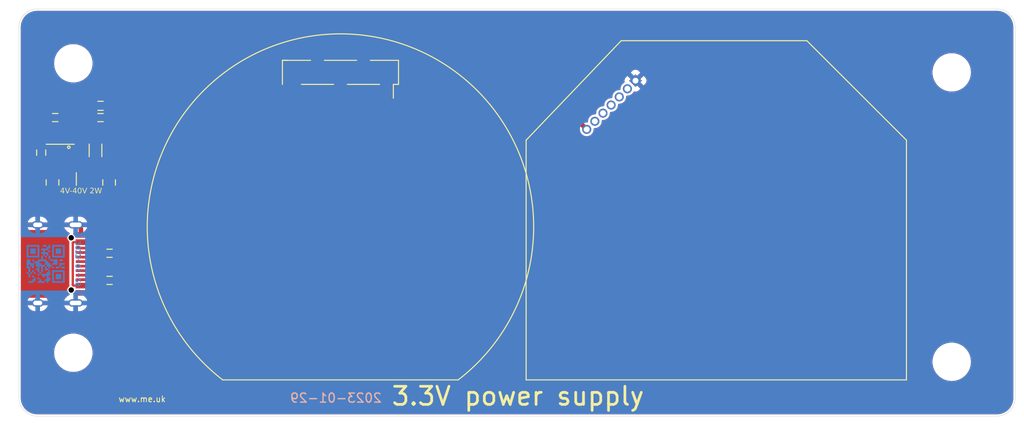
<source format=kicad_pcb>
(kicad_pcb (version 20221018) (generator pcbnew)
  (title_block (title "Tasmotizer") (date "${DATE}") (rev "4") (company "Adrian Kennard, Andrews & Arnold Ltd") (comment 1 "toot.me.uk/@RevK") (comment 2 "www.me.uk"))
  (layers (0 "F.Cu" signal) (31 "B.Cu" signal) (34 "B.Paste" user) (35 "F.Paste" user) (36 "B.SilkS" user "B.Silkscreen") (37 "F.SilkS" user "F.Silkscreen") (38 "B.Mask" user) (39 "F.Mask" user) (44 "Edge.Cuts" user))
  (property "DATE" "2023-01-29")
  (net 0 "")
  (net 1 "GND")
  (net 2 "VBUS")
  (net 4 "+3V3")
  (net 15 "Net-(J3-PadA5)")
  (net 16 "Net-(J3-PadB5)")
  (net 17 "Net-(R6-Pad2)")
  (footprint "RevK:PinHeader_1x07_P1.27mm_Vertical" (layer "F.Cu") (at 220.388154 55.611846 -45)
    (fp_text reference "J2" hide)
    (fp_text value "Conn_01x07")
    (pad "1" thru_hole rect (at 0 -3.81 315) (size 1 1) (drill 0.65) (layers "*.Cu" "*.Mask") (net 1 "GND"))
    (pad "2" thru_hole oval (at 0 -2.54 315) (size 1 1) (drill 0.65) (layers "*.Cu" "*.Mask"))
    (pad "3" thru_hole oval (at 0 -1.27 315) (size 1 1) (drill 0.65) (layers "*.Cu" "*.Mask"))
    (pad "4" thru_hole oval (at 0 0 315) (size 1 1) (drill 0.65) (layers "*.Cu" "*.Mask") (net 4 "+3V3"))
    (pad "5" thru_hole oval (at 0 1.27 315) (size 1 1) (drill 0.65) (layers "*.Cu" "*.Mask"))
    (pad "6" thru_hole oval (at 0 2.54 315) (size 1 1) (drill 0.65) (layers "*.Cu" "*.Mask"))
    (pad "7" thru_hole oval (at 0 3.81 315) (size 1 1) (drill 0.65) (layers "*.Cu" "*.Mask"))
  )
  (footprint "RevK:R_0603" (layer "F.Cu") (at 165 75 180)
    (fp_text reference "R2" hide)
    (fp_text value "5K1")
    (fp_line (start -0.3 -0.45) (end 0.3 -0.45) (stroke (width 0.12)) (layer "F.SilkS"))
    (fp_line (start -0.3 0.45) (end 0.3 0.45) (stroke (width 0.12)) (layer "F.SilkS"))
    (pad "1" smd roundrect (at -0.825 0 180) (size 0.8 0.95) (layers "F.Cu" "F.Paste" "F.Mask") (net 1 "GND"))
    (pad "2" smd roundrect (at 0.825 0 180) (size 0.8 0.95) (layers "F.Cu" "F.Paste" "F.Mask") (net 16 "Net-(J3-PadB5)"))
  )
  (footprint "RevK:PinHeader_1x05_P2.54mm_Vertical_SMD_Pin1Right" (layer "F.Cu") (at 190.5 52 -90)
    (fp_text reference "J1" hide)
    (fp_text value "Shelly 1")
    (fp_line (start -1.33 -6.41) (end -1.33 -3.3) (stroke (width 0.12)) (layer "F.SilkS"))
    (fp_line (start -1.33 -6.41) (end 1.33 -6.41) (stroke (width 0.12)) (layer "F.SilkS"))
    (fp_line (start -1.33 -1.78) (end -1.33 1.78) (stroke (width 0.12)) (layer "F.SilkS"))
    (fp_line (start -1.33 3.3) (end -1.33 6.41) (stroke (width 0.12)) (layer "F.SilkS"))
    (fp_line (start -1.33 5.84) (end -1.33 6.41) (stroke (width 0.12)) (layer "F.SilkS"))
    (fp_line (start -1.33 6.41) (end 1.33 6.41) (stroke (width 0.12)) (layer "F.SilkS"))
    (fp_line (start 1.33 -6.41) (end 1.33 -5.84) (stroke (width 0.12)) (layer "F.SilkS"))
    (fp_line (start 1.33 -5.84) (end 2.85 -5.84) (stroke (width 0.12)) (layer "F.SilkS"))
    (fp_line (start 1.33 -4.32) (end 1.33 -0.76) (stroke (width 0.12)) (layer "F.SilkS"))
    (fp_line (start 1.33 0.76) (end 1.33 4.32) (stroke (width 0.12)) (layer "F.SilkS"))
    (pad "1" smd rect (at 1.655 -5.08 270) (size 2.51 1) (layers "F.Cu" "F.Paste" "F.Mask") (net 1 "GND"))
    (pad "2" smd rect (at -1.655 -2.54 270) (size 2.51 1) (layers "F.Cu" "F.Paste" "F.Mask"))
    (pad "3" smd rect (at 1.655 0 270) (size 2.51 1) (layers "F.Cu" "F.Paste" "F.Mask") (net 4 "+3V3"))
    (pad "4" smd rect (at -1.655 2.54 270) (size 2.51 1) (layers "F.Cu" "F.Paste" "F.Mask"))
    (pad "5" smd rect (at 1.655 5.08 270) (size 2.51 1) (layers "F.Cu" "F.Paste" "F.Mask"))
  )
  (footprint "RevK:USC16-TR" (layer "F.Cu") (at 159.375 73.175 -90)
    (fp_text reference "J3" hide)
    (fp_text value "USB-C")
    (pad "" np_thru_hole circle (at -2.89 -1.39 270) (size 0.7 0.7) (drill 0.6) (layers "F.Mask"))
    (pad "" np_thru_hole circle (at 2.89 -1.39 270) (size 0.7 0.7) (drill 0.6) (layers "F.Mask"))
    (pad "A1" smd rect (at -3.2 -2.46 270) (size 0.6 1.14) (layers "F.Cu" "F.Paste" "F.Mask") (net 1 "GND"))
    (pad "A4" smd rect (at -2.4 -2.46 270) (size 0.6 1.14) (layers "F.Cu" "F.Paste" "F.Mask") (net 2 "VBUS"))
    (pad "A5" smd roundrect (at -1.25 -2.46 270) (size 0.3 1.14) (layers "F.Cu" "F.Paste" "F.Mask") (net 15 "Net-(J3-PadA5)"))
    (pad "A6" smd roundrect (at -0.25 -2.46 270) (size 0.3 1.14) (layers "F.Cu" "F.Paste" "F.Mask"))
    (pad "A7" smd roundrect (at 0.25 -2.46 270) (size 0.3 1.14) (layers "F.Cu" "F.Paste" "F.Mask"))
    (pad "A8" smd roundrect (at 1.25 -2.46 270) (size 0.3 1.14) (layers "F.Cu" "F.Paste" "F.Mask"))
    (pad "A9" smd rect (at 2.4 -2.46 270) (size 0.6 1.14) (layers "F.Cu") (net 2 "VBUS"))
    (pad "A12" smd rect (at 3.2 -2.46 270) (size 0.6 1.14) (layers "F.Cu") (net 1 "GND"))
    (pad "B1" smd rect (at 3.2 -2.46 270) (size 0.6 1.14) (layers "F.Cu" "F.Paste" "F.Mask") (net 1 "GND"))
    (pad "B4" smd rect (at 2.4 -2.46 270) (size 0.6 1.14) (layers "F.Cu" "F.Paste" "F.Mask") (net 2 "VBUS"))
    (pad "B5" smd roundrect (at 1.75 -2.46 270) (size 0.3 1.14) (layers "F.Cu" "F.Paste" "F.Mask") (net 16 "Net-(J3-PadB5)"))
    (pad "B6" smd roundrect (at 0.75 -2.46 270) (size 0.3 1.14) (layers "F.Cu" "F.Paste" "F.Mask"))
    (pad "B7" smd roundrect (at -0.75 -2.46 270) (size 0.3 1.14) (layers "F.Cu" "F.Paste" "F.Mask"))
    (pad "B8" smd roundrect (at -1.75 -2.46 270) (size 0.3 1.14) (layers "F.Cu" "F.Paste" "F.Mask"))
    (pad "B9" smd rect (at -2.4 -2.46 270) (size 0.6 1.14) (layers "F.Cu") (net 2 "VBUS"))
    (pad "B12" smd rect (at -3.2 -2.46 270) (size 0.6 1.14) (layers "F.Cu") (net 1 "GND"))
    (pad "S1" thru_hole oval (at -4.32 -1.88 270) (size 0.8 1.6) (drill oval 0.5 1.3) (layers "*.Cu" "F.Mask") (net 1 "GND"))
    (pad "S1" thru_hole oval (at -4.32 2.31 270) (size 0.8 1.3) (drill oval 0.5 1) (layers "*.Cu" "F.Mask") (net 1 "GND"))
    (pad "S1" smd rect (at 0 1.65 270) (size 7.5 5) (layers "F.Cu" "F.Mask") (net 1 "GND"))
    (pad "S1" thru_hole oval (at 4.32 -1.88 270) (size 0.8 1.6) (drill oval 0.5 1.3) (layers "*.Cu" "F.Mask") (net 1 "GND"))
    (pad "S1" thru_hole oval (at 4.32 2.31 270) (size 0.8 1.3) (drill oval 0.5 1) (layers "*.Cu" "F.Mask") (net 1 "GND"))
  )
  (footprint "RevK:R_0603" (layer "F.Cu") (at 165 72)
    (fp_text reference "R1" hide)
    (fp_text value "5K1")
    (fp_line (start -0.3 -0.45) (end 0.3 -0.45) (stroke (width 0.12)) (layer "F.SilkS"))
    (fp_line (start -0.3 0.45) (end 0.3 0.45) (stroke (width 0.12)) (layer "F.SilkS"))
    (pad "1" smd roundrect (at -0.825 0) (size 0.8 0.95) (layers "F.Cu" "F.Paste" "F.Mask") (net 15 "Net-(J3-PadA5)"))
    (pad "2" smd roundrect (at 0.825 0) (size 0.8 0.95) (layers "F.Cu" "F.Paste" "F.Mask") (net 1 "GND"))
  )
  (footprint "RevK:AJK" (layer "F.Cu") (at 169.4 84.425)
    (fp_text reference "Art1" hide)
    (fp_text value "AJK" hide)
    (fp_text user "www.me.uk" (at -0.8 3.7 unlocked) (layer "F.SilkS") (effects (font (size 0.65 0.65) (thickness 0.1))))
    (fp_line (start -0.85 1.95) (end -0.85 2.25) (stroke (width 0.08)) (layer "F.Cu"))
    (fp_line (start -0.85 1.95) (end -0.75 1.95) (stroke (width 0.08)) (layer "F.Cu"))
    (fp_line (start -0.85 2.11) (end -0.75 2.11) (stroke (width 0.08)) (layer "F.Cu"))
    (fp_line (start -0.75 2.11) (end -0.65 2.25) (stroke (width 0.08)) (layer "F.Cu"))
    (fp_line (start 0 -2.1) (end -3 2.1) (stroke (width 0.25)) (layer "F.Cu"))
    (fp_line (start 0 -2.1) (end 0 2.1) (stroke (width 0.25)) (layer "F.Cu"))
    (fp_line (start 0 0) (end -1.5 0) (stroke (width 0.25)) (layer "F.Cu"))
    (fp_line (start 0 0) (end 1.8 2.1) (stroke (width 0.25)) (layer "F.Cu"))
    (fp_line (start 1.8 -2) (end 0 0) (stroke (width 0.25)) (layer "F.Cu"))
    (fp_arc (start -0.75 1.95) (mid -0.67 2.03) (end -0.75 2.11) (stroke (width 0.08)) (layer "F.Cu"))
    (fp_arc (start 0 2.1) (mid -0.75 2.85) (end -1.5 2.1) (stroke (width 0.25)) (layer "F.Cu"))
    (fp_circle (center -0.77 2.11) (end -0.47 2.11) (stroke (width 0.08)) (fill none) (layer "F.Cu"))
  )
  (footprint "RevK:C_0603_" (layer "F.Cu") (at 157.45 60.875 90)
    (fp_text reference "C2" hide)
    (fp_text value "100nF")
    (fp_line (start -0.3 -0.5) (end 0.3 -0.5) (stroke (width 0.12)) (layer "F.SilkS"))
    (fp_line (start -0.3 0.5) (end 0.3 0.5) (stroke (width 0.12)) (layer "F.SilkS"))
  )
  (footprint "RevK:C_0805_" (layer "F.Cu") (at 158.7 64.175 90)
    (fp_text reference "C3" hide)
    (fp_text value "2.2uF")
    (fp_line (start -0.3 -0.7) (end 0.3 -0.7) (stroke (width 0.12)) (layer "F.SilkS"))
    (fp_line (start -0.3 0.7) (end 0.3 0.7) (stroke (width 0.12)) (layer "F.SilkS"))
  )
  (footprint "RevK:C_0805_" (layer "F.Cu") (at 164.95 64.175 90)
    (fp_text reference "C4" hide)
    (fp_text value "10uF")
    (fp_line (start -0.3 -0.7) (end 0.3 -0.7) (stroke (width 0.12)) (layer "F.SilkS"))
    (fp_line (start -0.3 0.7) (end 0.3 0.7) (stroke (width 0.12)) (layer "F.SilkS"))
  )
  (footprint "RevK:D_1206_" (layer "F.Cu") (at 161.83 63.795)
    (fp_text reference "D4" hide)
    (fp_text value "Schottky")
    (fp_line (start -0.5 -0.7) (end -0.5 0.7) (stroke (width 0.12)) (layer "F.SilkS"))
  )
  (footprint "RevK:L_4x4_" (layer "F.Cu") (at 163.45 60.625)
    (fp_text reference "L1" hide)
    (fp_text value "6.8uH")
    (fp_line (start -0.7 -0.7) (end -0.7 0.7) (stroke (width 0.12)) (layer "F.SilkS"))
    (fp_line (start 0.7 -0.7) (end 0.7 0.7) (stroke (width 0.12)) (layer "F.SilkS"))
  )
  (footprint "MountingHole:MountingHole_4mm" (layer "F.Cu") (at 161 51)
    (fp_text reference "H3" hide)
    (fp_text value "MountingHole")
    (pad "" np_thru_hole circle (at 0 0) (size 4 4) (drill 4) (layers "*.Cu" "*.Mask"))
  )
  (footprint "MountingHole:MountingHole_4mm" (layer "F.Cu") (at 161 83)
    (fp_text reference "H4" hide)
    (fp_text value "MountingHole")
    (pad "" np_thru_hole circle (at 0 0) (size 4 4) (drill 4) (layers "*.Cu" "*.Mask"))
  )
  (footprint "RevK:R_0603" (layer "F.Cu") (at 164 57 180)
    (fp_text reference "R6" hide)
    (fp_text value "100k 1%")
    (fp_line (start -0.3 -0.45) (end 0.3 -0.45) (stroke (width 0.12)) (layer "F.SilkS"))
    (fp_line (start -0.3 0.45) (end 0.3 0.45) (stroke (width 0.12)) (layer "F.SilkS"))
    (pad "1" smd roundrect (at -0.825 0 180) (size 0.8 0.95) (layers "F.Cu" "F.Paste" "F.Mask") (net 4 "+3V3"))
    (pad "2" smd roundrect (at 0.825 0 180) (size 0.8 0.95) (layers "F.Cu" "F.Paste" "F.Mask") (net 17 "Net-(R6-Pad2)"))
  )
  (footprint "MountingHole:MountingHole_4mm" (layer "F.Cu") (at 258 52)
    (fp_text reference "H1" hide)
    (fp_text value "MountingHole")
    (pad "" np_thru_hole circle (at 0 0) (size 4 4) (drill 4) (layers "*.Cu" "*.Mask"))
  )
  (footprint "RevK:R_0603" (layer "F.Cu") (at 159 57)
    (fp_text reference "R7" hide)
    (fp_text value "30k 1%")
    (fp_line (start -0.3 -0.45) (end 0.3 -0.45) (stroke (width 0.12)) (layer "F.SilkS"))
    (fp_line (start -0.3 0.45) (end 0.3 0.45) (stroke (width 0.12)) (layer "F.SilkS"))
    (pad "1" smd roundrect (at -0.825 0) (size 0.8 0.95) (layers "F.Cu" "F.Paste" "F.Mask") (net 1 "GND"))
    (pad "2" smd roundrect (at 0.825 0) (size 0.8 0.95) (layers "F.Cu" "F.Paste" "F.Mask") (net 17 "Net-(R6-Pad2)"))
  )
  (footprint "MountingHole:MountingHole_4mm" (layer "F.Cu") (at 258 84)
    (fp_text reference "H2" hide)
    (fp_text value "MountingHole")
    (pad "" np_thru_hole circle (at 0 0) (size 4 4) (drill 4) (layers "*.Cu" "*.Mask"))
  )
  (footprint "RevK:C_0603" (layer "F.Cu") (at 164 55.7 180)
    (fp_text reference "C5" hide)
    (fp_text value "100nF")
    (fp_line (start -0.3 -0.5) (end 0.3 -0.5) (stroke (width 0.12)) (layer "F.SilkS"))
    (fp_line (start -0.3 0.5) (end 0.3 0.5) (stroke (width 0.12)) (layer "F.SilkS"))
    (pad "1" smd roundrect (at -0.775 0 180) (size 0.8 0.95) (layers "F.Cu" "F.Paste" "F.Mask") (net 4 "+3V3"))
    (pad "2" smd roundrect (at 0.775 0 180) (size 0.8 0.95) (layers "F.Cu" "F.Paste" "F.Mask") (net 1 "GND"))
  )
  (footprint "RevK:SOT-23-Thin-6-Reg" (layer "F.Cu") (at 159.55 60.625)
    (fp_text reference "U2" hide)
    (fp_text value "LMR16006XDDCR")
    (fp_text user "4V-40V 2W" (at 2.3 4.5 unlocked) (layer "F.SilkS") (effects (font (size 0.6 0.6) (thickness 0.125))))
    (fp_line (start -1.55 -0.675) (end 1.55 -0.675) (stroke (width 0.12)) (layer "F.SilkS"))
    (fp_circle (center 0.95 -0.35) (end 1.05 -0.25) (stroke (width 0.12)) (fill none) (layer "F.SilkS"))
    (pad "1" smd roundrect (at -2.1 -0.525 90) (size 0.9 0.95) (layers "F.Cu" "F.Paste" "F.Mask") (clearance 0.2))
    (pad "1" smd custom (at -0.8 -0.45) (size 2.6 0.25) (layers "F.Cu") (clearance 0.2) (options (clearance outline) (anchor rect)) (primitives (gr_arc (start 1.75 -0.45) (mid 1.618198 -0.131802) (end 1.3 0) (width 0.25))))
    (pad "1" smd rect (at 0.95 -1.35 90) (size 1.1 0.6) (layers "F.Cu" "F.Paste" "F.Mask") (clearance 0.2))
    (pad "2" smd custom (at -1.1 4.5) (size 0.1 0.1) (layers "F.Cu") (net 1 "GND") (clearance 0.2) (options (clearance outline) (anchor rect)) (primitives (gr_line (start 0 0) (end 6.6 0) (width 0.4999)) (gr_line (start 4.8625 0) (end 4.8625 -1.6) (width 0.4999)) (gr_line (start 5 -1.6) (end 5 -6.4) (width 0.4999)) (gr_arc (start 4.55 -6.85) (mid 4.868198 -6.718198) (end 5 -6.4) (width 0.4999)) (gr_line (start 4.55 -6.85) (end 1.55 -6.85) (width 0.4999)) (gr_arc (start 1.1 -6.4) (mid 1.231802 -6.718198) (end 1.55 -6.85) (width 0.4999)) (gr_line (start 1.1 -6.4) (end 1.1 -5.9) (width 0.4999))))
    (pad "2" smd roundrect (at -0.85 4.5 270) (size 1 1.45) (layers "F.Cu" "F.Paste" "F.Mask") (net 1 "GND"))
    (pad "2" smd rect (at 0 -1.35 90) (size 1.1 0.6) (layers "F.Cu" "F.Paste" "F.Mask") (net 1 "GND") (clearance 0.2))
    (pad "2" smd roundrect (at 3.7625 3.17) (size 1.425 1.75) (layers "F.Cu" "F.Paste" "F.Mask") (roundrect_rratio 0.175) (net 1 "GND") (clearance 0.2))
    (pad "2" smd roundrect (at 5.4 4.5 270) (size 1 1.45) (layers "F.Cu" "F.Paste" "F.Mask") (net 1 "GND"))
    (pad "3" smd rect (at -0.95 -1.35 90) (size 1.1 0.6) (layers "F.Cu" "F.Paste" "F.Mask") (net 17 "Net-(R6-Pad2)") (clearance 0.2))
    (pad "4" smd rect (at -0.95 1.35 90) (size 1.1 0.6) (layers "F.Cu" "F.Paste" "F.Mask") (net 2 "VBUS") (clearance 0.2))
    (pad "5" smd custom (at -1.06 2.55) (size 0.1 0.1) (layers "F.Cu") (net 2 "VBUS") (options (clearance outline) (anchor rect)) (primitives (gr_arc (start 1 -1) (mid 0.707723 -0.29351) (end 0.001745 -0.000002) (width 0.5))))
    (pad "5" smd roundrect (at -0.85 2.6 270) (size 1 1.45) (layers "F.Cu" "F.Paste" "F.Mask") (net 2 "VBUS") (clearance 0.2))
    (pad "5" smd rect (at 0 1.35 90) (size 1.1 0.6) (layers "F.Cu" "F.Paste" "F.Mask") (net 2 "VBUS") (clearance 0.2))
    (pad "6" smd roundrect (at -2.1 1.025 90) (size 0.9 0.95) (layers "F.Cu" "F.Paste" "F.Mask") (clearance 0.2))
    (pad "6" smd custom (at -0.475 0.45) (size 1.95 0.25) (layers "F.Cu") (clearance 0.2) (options (clearance outline) (anchor rect)) (primitives (gr_arc (start 0.975 0) (mid 1.293198 0.131802) (end 1.425 0.45) (width 0.25)) (gr_arc (start -1.425 0.45) (mid -1.293198 0.131802) (end -0.975 0) (width 0.25))))
    (pad "6" smd roundrect (at 0.7975 3.17) (size 1.425 1.75) (layers "F.Cu" "F.Paste" "F.Mask") (roundrect_rratio 0.175) (clearance 0.2))
    (pad "6" smd rect (at 0.95 1.35 90) (size 1.1 0.6) (layers "F.Cu" "F.Paste" "F.Mask") (clearance 0.2))
    (pad "6" smd rect (at 0.95 2.3 90) (size 2 0.5) (layers "F.Cu") (clearance 0.2))
    (pad "6" smd rect (at 1.9 1.35) (size 2 0.5) (layers "F.Cu") (clearance 0.2))
    (pad "6" smd rect (at 2.4 0.05 90) (size 3.7 1.425) (layers "F.Cu" "F.Mask") (clearance 0.2))
    (pad "7" smd rect (at 5.4 0.05 90) (size 3.7 1.425) (layers "F.Cu" "F.Mask") (net 4 "+3V3"))
    (pad "7" smd rect (at 5.4 0.8) (size 0.5 4) (layers "F.Cu") (net 4 "+3V3"))
    (pad "7" smd roundrect (at 5.4 2.6 270) (size 1 1.45) (layers "F.Cu" "F.Paste" "F.Mask") (net 4 "+3V3") (clearance 0.2))
  )
  (footprint "RevK:QR-Tas" (layer "B.Cu") (at 157.95 73.175 -90)
    (fp_text reference "Art2" hide)
    (fp_text value "QR" hide)
    (fp_text user "${DATE}" (at 0 -3.6 90) (layer "B.Cu") (effects (font (size 0.5 0.5) (thickness 0.1)) (justify mirror)))
    (pad "" smd rect (at -2 -1.3 270) (size 0.2 1.2) (layers "B.Cu") (clearance 0.2))
    (pad "" smd rect (at -2 0.1 270) (size 0.2 0.4) (layers "B.Cu") (clearance 0.2))
    (pad "" smd rect (at -2 1.5 270) (size 0.2 1.2) (layers "B.Cu") (clearance 0.2))
    (pad "" smd rect (at -1.9 -0.4 270) (size 0.4 0.2) (layers "B.Cu") (clearance 0.2))
    (pad "" smd rect (at -1.7 -0.2 270) (size 0.4 0.2) (layers "B.Cu") (clearance 0.2))
    (pad "" smd rect (at -1.6 0.2 270) (size 0.2 0.6) (layers "B.Cu") (clearance 0.2))
    (pad "" smd rect (at -1.4 -2 270) (size 1.4 0.2) (layers "B.Cu") (clearance 0.2))
    (pad "" smd rect (at -1.4 -1.4 270) (size 0.6 0.6) (layers "B.Cu") (clearance 0.2))
    (pad "" smd rect (at -1.4 -0.8 270) (size 1 0.2) (layers "B.Cu") (clearance 0.2))
    (pad "" smd rect (at -1.4 -0.4 270) (size 0.2 0.2) (layers "B.Cu") (clearance 0.2))
    (pad "" smd rect (at -1.4 0.2 270) (size 0.2 0.2) (layers "B.Cu") (clearance 0.2))
    (pad "" smd rect (at -1.4 0.8 270) (size 1.4 0.2) (layers "B.Cu") (clearance 0.2))
    (pad "" smd rect (at -1.4 1.4 270) (size 0.6 0.6) (layers "B.Cu") (clearance 0.2))
    (pad "" smd rect (at -1.4 2 270) (size 1 0.2) (layers "B.Cu") (clearance 0.2))
    (pad "" smd rect (at -1.2 0.2 270) (size 0.2 0.6) (layers "B.Cu") (clearance 0.2))
    (pad "" smd rect (at -1.1 -0.2 270) (size 0.4 0.2) (layers "B.Cu") (clearance 0.2))
    (pad "" smd rect (at -1 0.2 270) (size 0.2 0.2) (layers "B.Cu") (clearance 0.2))
    (pad "" smd rect (at -0.8 -1.3 270) (size 0.2 1.2) (layers "B.Cu") (clearance 0.2))
    (pad "" smd rect (at -0.8 0 270) (size 0.2 0.2) (layers "B.Cu") (clearance 0.2))
    (pad "" smd rect (at -0.8 1.5 270) (size 0.2 1.2) (layers "B.Cu") (clearance 0.2))
    (pad "" smd rect (at -0.7 -0.4 270) (size 0.4 0.2) (layers "B.Cu") (clearance 0.2))
    (pad "" smd rect (at -0.7 0.4 270) (size 0.4 0.2) (layers "B.Cu") (clearance 0.2))
    (pad "" smd rect (at -0.4 -1.7 270) (size 0.2 0.4) (layers "B.Cu") (clearance 0.2))
    (pad "" smd rect (at -0.4 -0.7 270) (size 0.2 0.4) (layers "B.Cu") (clearance 0.2))
    (pad "" smd rect (at -0.4 0.4 270) (size 0.2 1) (layers "B.Cu") (clearance 0.2))
    (pad "" smd rect (at -0.4 1.4 270) (size 0.2 0.2) (layers "B.Cu") (clearance 0.2))
    (pad "" smd rect (at -0.2 -1.1 270) (size 0.6 0.4) (layers "B.Cu") (clearance 0.2))
    (pad "" smd rect (at -0.2 -0.1 270) (size 0.2 0.4) (layers "B.Cu") (clearance 0.2))
    (pad "" smd rect (at -0.2 1 270) (size 0.2 0.6) (layers "B.Cu") (clearance 0.2))
    (pad "" smd rect (at -0.2 1.9 270) (size 0.6 0.4) (layers "B.Cu") (clearance 0.2))
    (pad "" smd rect (at 0 -1.8 270) (size 0.2 0.6) (layers "B.Cu") (clearance 0.2))
    (pad "" smd rect (at 0 -0.8 270) (size 0.2 0.2) (layers "B.Cu") (clearance 0.2))
    (pad "" smd rect (at 0 -0.2 270) (size 0.2 0.6) (layers "B.Cu") (clearance 0.2))
    (pad "" smd rect (at 0 0.8 270) (size 0.2 0.6) (layers "B.Cu") (clearance 0.2))
    (pad "" smd rect (at 0.1 1.6 270) (size 0.4 0.2) (layers "B.Cu") (clearance 0.2))
    (pad "" smd rect (at 0.2 -1.6 270) (size 0.2 0.2) (layers "B.Cu") (clearance 0.2))
    (pad "" smd rect (at 0.2 -0.4 270) (size 0.2 0.6) (layers "B.Cu") (clearance 0.2))
    (pad "" smd rect (at 0.2 0.6 270) (size 0.2 1) (layers "B.Cu") (clearance 0.2))
    (pad "" smd rect (at 0.2 1.4 270) (size 0.6 0.2) (layers "B.Cu") (clearance 0.2))
    (pad "" smd rect (at 0.3 2 270) (size 0.4 0.2) (layers "B.Cu") (clearance 0.2))
    (pad "" smd rect (at 0.4 -1.9 270) (size 0.2 0.4) (layers "B.Cu") (clearance 0.2))
    (pad "" smd rect (at 0.4 -1.3 270) (size 0.2 0.4) (layers "B.Cu") (clearance 0.2))
    (pad "" smd rect (at 0.4 -0.8 270) (size 0.2 0.2) (layers "B.Cu") (clearance 0.2))
    (pad "" smd rect (at 0.4 -0.4 270) (size 0.2 0.2) (layers "B.Cu") (clearance 0.2))
    (pad "" smd rect (at 0.4 0 270) (size 0.2 0.2) (layers "B.Cu") (clearance 0.2))
    (pad "" smd rect (at 0.6 -0.1 270) (size 0.2 0.4) (layers "B.Cu") (clearance 0.2))
    (pad "" smd rect (at 0.6 0.4 270) (size 0.6 0.2) (layers "B.Cu") (clearance 0.2))
    (pad "" smd rect (at 0.6 0.8 270) (size 0.6 0.2) (layers "B.Cu") (clearance 0.2))
    (pad "" smd rect (at 0.6 1 270) (size 0.2 0.2) (layers "B.Cu") (clearance 0.2))
    (pad "" smd rect (at 0.6 1.8 270) (size 0.6 0.2) (layers "B.Cu") (clearance 0.2))
    (pad "" smd rect (at 0.8 -1.3 270) (size 0.2 1.2) (layers "B.Cu") (clearance 0.2))
    (pad "" smd rect (at 0.8 1.4 270) (size 0.2 0.2) (layers "B.Cu") (clearance 0.2))
    (pad "" smd rect (at 1 -0.4 270) (size 0.6 0.2) (layers "B.Cu") (clearance 0.2))
    (pad "" smd rect (at 1 0.6 270) (size 0.2 0.2) (layers "B.Cu") (clearance 0.2))
    (pad "" smd rect (at 1 1.2 270) (size 0.2 0.2) (layers "B.Cu") (clearance 0.2))
    (pad "" smd rect (at 1 1.6 270) (size 0.2 0.2) (layers "B.Cu") (clearance 0.2))
    (pad "" smd rect (at 1 2 270) (size 0.2 0.2) (layers "B.Cu") (clearance 0.2))
    (pad "" smd rect (at 1.2 -0.2 270) (size 0.6 0.2) (layers "B.Cu") (clearance 0.2))
    (pad "" smd rect (at 1.2 0.2 270) (size 0.2 0.6) (layers "B.Cu") (clearance 0.2))
    (pad "" smd rect (at 1.2 0.8 270) (size 0.2 0.2) (layers "B.Cu") (clearance 0.2))
    (pad "" smd rect (at 1.3 1.8 270) (size 0.4 0.2) (layers "B.Cu") (clearance 0.2))
    (pad "" smd rect (at 1.4 -2 270) (size 1.4 0.2) (layers "B.Cu") (clearance 0.2))
    (pad "" smd rect (at 1.4 -1.4 270) (size 0.6 0.6) (layers "B.Cu") (clearance 0.2))
    (pad "" smd rect (at 1.4 -0.8 270) (size 1 0.2) (layers "B.Cu") (clearance 0.2))
    (pad "" smd rect (at 1.4 0.2 270) (size 0.2 0.2) (layers "B.Cu") (clearance 0.2))
    (pad "" smd rect (at 1.4 1.4 270) (size 0.2 0.2) (layers "B.Cu") (clearance 0.2))
    (pad "" smd rect (at 1.6 0.8 270) (size 0.2 0.2) (layers "B.Cu") (clearance 0.2))
    (pad "" smd rect (at 1.7 -0.3 270) (size 0.4 0.4) (layers "B.Cu") (clearance 0.2))
    (pad "" smd rect (at 1.7 1.2 270) (size 0.4 0.2) (layers "B.Cu") (clearance 0.2))
    (pad "" smd rect (at 1.8 0 270) (size 0.2 0.2) (layers "B.Cu") (clearance 0.2))
    (pad "" smd rect (at 1.8 0.6 270) (size 0.2 0.2) (layers "B.Cu") (clearance 0.2))
    (pad "" smd rect (at 1.9 1.4 270) (size 0.4 0.2) (layers "B.Cu") (clearance 0.2))
    (pad "" smd rect (at 2 -1.3 270) (size 0.2 1.2) (layers "B.Cu") (clearance 0.2))
    (pad "" smd rect (at 2 -0.2 270) (size 0.2 0.2) (layers "B.Cu") (clearance 0.2))
    (pad "" smd rect (at 2 0.5 270) (size 0.2 0.8) (layers "B.Cu") (clearance 0.2))
    (pad "" smd rect (at 2 1.7 270) (size 0.2 0.4) (layers "B.Cu") (clearance 0.2))
    (zone (net 0) (net_name "") (layer "B.Cu") (connect_pads (clearance 0)) (min_thickness 0.254)
      (keepout (tracks not_allowed) (vias not_allowed) (pads allowed) (copperpour not_allowed) (footprints not_allowed))
      (fill (thermal_gap 0.508) (thermal_bridge_width 0.508))
      (polygon (pts (xy 162.3 76.125) (xy 162.3 70.225) (xy 155 70.225) (xy 155 76.125)))
    )
  )
  (gr_line (start 253 86) (end 253 59.5) (stroke (width 0.12)) (layer "F.SilkS"))
  (gr_line (start 211 86) (end 253 86) (stroke (width 0.12)) (layer "F.SilkS"))
  (gr_arc (start 177.5 86) (mid 190.5 47.74475) (end 203.5 86) (stroke (width 0.12)) (layer "F.SilkS"))
  (gr_line (start 177.5 86) (end 203.5 86) (stroke (width 0.12)) (layer "F.SilkS"))
  (gr_line (start 253 59.5) (end 242 48.5) (stroke (width 0.12)) (layer "F.SilkS"))
  (gr_line (start 221.5 48.5) (end 211 59.5) (stroke (width 0.12)) (layer "F.SilkS"))
  (gr_line (start 211 59.5) (end 211 86) (stroke (width 0.12)) (layer "F.SilkS"))
  (gr_line (start 242 48.5) (end 221.5 48.5) (stroke (width 0.12)) (layer "F.SilkS"))
  (gr_arc (start 265 88) (mid 264.414214 89.414214) (end 263 90) (stroke (width 0.05)) (layer "Edge.Cuts"))
  (gr_arc (start 263 45) (mid 264.414214 45.585786) (end 265 47) (stroke (width 0.05)) (layer "Edge.Cuts"))
  (gr_arc (start 155 47) (mid 155.585786 45.585786) (end 157 45) (stroke (width 0.05)) (layer "Edge.Cuts"))
  (gr_line (start 155 88) (end 155 47) (stroke (width 0.05)) (layer "Edge.Cuts"))
  (gr_line (start 265 47) (end 265 88) (stroke (width 0.05)) (layer "Edge.Cuts"))
  (gr_line (start 263 90) (end 157 90) (stroke (width 0.05)) (layer "Edge.Cuts"))
  (gr_arc (start 157 90) (mid 155.585786 89.414214) (end 155 88) (stroke (width 0.05)) (layer "Edge.Cuts"))
  (gr_line (start 157 45) (end 263 45) (stroke (width 0.05)) (layer "Edge.Cuts"))
  (gr_text "${DATE}" (at 190 88) (layer "B.SilkS") (effects (font (size 1 1)) (justify mirror)))
  (gr_text "3.3V power supply" (at 210.1 87.8) (layer "F.SilkS") (effects (font (size 2 2) (thickness 0.3))))
  (segment (start 165.825 66) (end 165.825 72) (width 0.5) (layer "F.Cu") (net 1))
  (arc (start 164.95 65.125) (mid 165.568718 65.381282) (end 165.825 66) (width 0.5) (layer "F.Cu") (net 1))
  (segment (start 163.45 70.23) (end 163.45 69.175) (width 0.5) (layer "F.Cu") (net 2))
  (segment (start 159.55 61.975) (end 158.6 61.975) (width 0.25) (layer "F.Cu") (net 2))
  (segment (start 161.015 70.775) (end 161.835 70.775) (width 0.25) (layer "F.Cu") (net 2))
  (segment (start 160.94 70.85) (end 161.015 70.775) (width 0.25) (layer "F.Cu") (net 2))
  (segment (start 162.905 70.775) (end 161.835 70.775) (width 0.5) (layer "F.Cu") (net 2))
  (segment (start 161.835 75.575) (end 161.015 75.575) (width 0.25) (layer "F.Cu") (net 2))
  (segment (start 156.75 65.175) (end 156.75 65.875) (width 0.5) (layer "F.Cu") (net 2))
  (segment (start 161.015 75.575) (end 160.94 75.5) (width 0.25) (layer "F.Cu") (net 2))
  (segment (start 158.55 67.675) (end 161.95 67.675) (width 0.5) (layer "F.Cu") (net 2))
  (segment (start 160.94 75.5) (end 160.94 70.85) (width 0.25) (layer "F.Cu") (net 2))
  (arc (start 163.45 70.23) (mid 163.290373 70.615373) (end 162.905 70.775) (width 0.5) (layer "F.Cu") (net 2))
  (arc (start 158.7 63.225) (mid 157.321142 63.796142) (end 156.75 65.175) (width 0.5) (layer "F.Cu") (net 2))
  (arc (start 161.95 67.675) (mid 163.01066 68.11434) (end 163.45 69.175) (width 0.5) (layer "F.Cu") (net 2))
  (arc (start 156.75 65.875) (mid 157.277208 67.147792) (end 158.55 67.675) (width 0.5) (layer "F.Cu") (net 2))
  (segment (start 164.825 57) (end 164.825 60.55) (width 0.5) (layer "F.Cu") (net 4))
  (segment (start 217.240438 57.852284) (end 217.694077 58.305923) (width 0.5) (layer "F.Cu") (net 4))
  (segment (start 164.825 57) (end 164.825 55.75) (width 0.5) (layer "F.Cu") (net 4))
  (segment (start 193.645 56.8) (end 214.7 56.8) (width 0.5) (layer "F.Cu") (net 4))
  (segment (start 164.775 55.7) (end 188.455 55.7) (width 0.5) (layer "F.Cu") (net 4))
  (arc (start 164.825 60.55) (mid 164.861612 60.638388) (end 164.95 60.675) (width 0.5) (layer "F.Cu") (net 4))
  (arc (start 188.455 55.7) (mid 189.901033 55.101033) (end 190.5 53.655) (width 0.5) (layer "F.Cu") (net 4))
  (arc (start 214.7 56.8) (mid 216.074875 57.07348) (end 217.240438 57.852284) (width 0.5) (layer "F.Cu") (net 4))
  (arc (start 164.825 55.75) (mid 164.810355 55.714645) (end 164.775 55.7) (width 0.5) (layer "F.Cu") (net 4))
  (arc (start 190.5 53.655) (mid 191.421149 55.878851) (end 193.645 56.8) (width 0.5) (layer "F.Cu") (net 4))
  (segment (start 164.1 71.925) (end 161.835 71.925) (width 0.25) (layer "F.Cu") (net 15))
  (segment (start 164.175 72) (end 164.1 71.925) (width 0.25) (layer "F.Cu") (net 15))
  (segment (start 164.175 75) (end 164.1 74.925) (width 0.25) (layer "F.Cu") (net 16))
  (segment (start 164.1 74.925) (end 161.835 74.925) (width 0.25) (layer "F.Cu") (net 16))
  (segment (start 159.342462 57.482538) (end 159.825 57) (width 0.25) (layer "F.Cu") (net 17))
  (segment (start 159.825 57) (end 163.175 57) (width 0.25) (layer "F.Cu") (net 17))
  (arc (start 158.6 59.275) (mid 158.79296 58.304927) (end 159.342462 57.482538) (width 0.25) (layer "F.Cu") (net 17))
  (zone (net 1) (net_name "GND") (layers "F&B.Cu") (connect_pads (clearance 0.254)) (min_thickness 0.254) (fill yes (thermal_gap 0.508) (thermal_bridge_width 0.508))
    (polygon (pts (xy 266 91) (xy 154 91) (xy 154 44) (xy 266 44)))
  )
)
</source>
